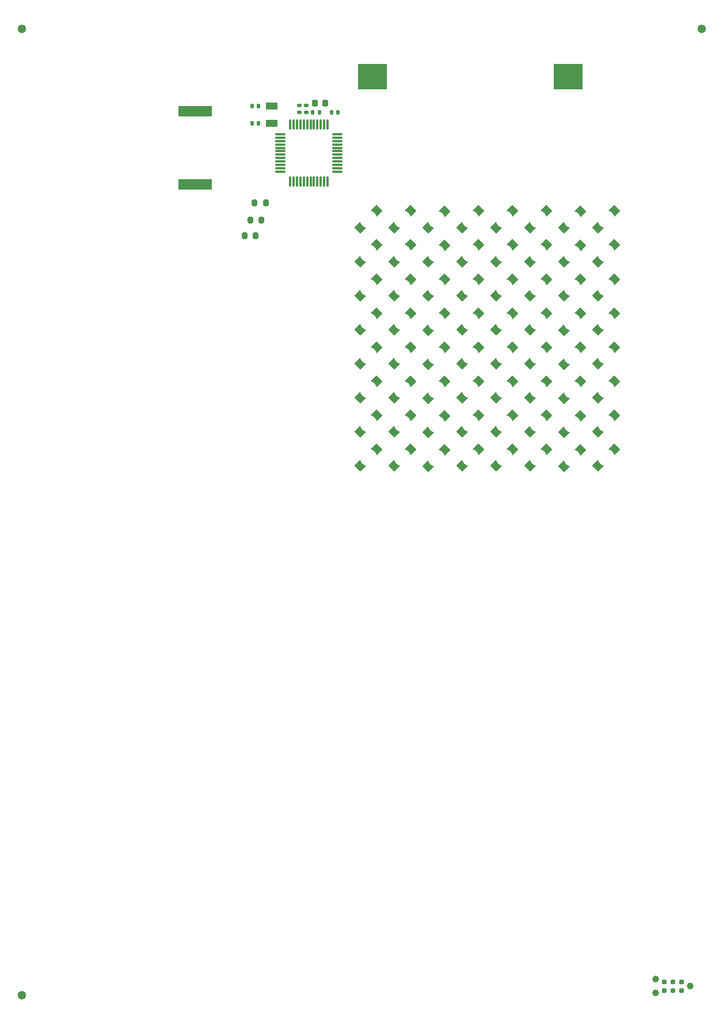
<source format=gbr>
%TF.GenerationSoftware,KiCad,Pcbnew,8.0.6*%
%TF.CreationDate,2024-11-20T00:12:52+00:00*%
%TF.ProjectId,Chirstmas-Card,43686972-7374-46d6-9173-2d436172642e,rev?*%
%TF.SameCoordinates,Original*%
%TF.FileFunction,Soldermask,Bot*%
%TF.FilePolarity,Negative*%
%FSLAX46Y46*%
G04 Gerber Fmt 4.6, Leading zero omitted, Abs format (unit mm)*
G04 Created by KiCad (PCBNEW 8.0.6) date 2024-11-20 00:12:52*
%MOMM*%
%LPD*%
G01*
G04 APERTURE LIST*
G04 Aperture macros list*
%AMRoundRect*
0 Rectangle with rounded corners*
0 $1 Rounding radius*
0 $2 $3 $4 $5 $6 $7 $8 $9 X,Y pos of 4 corners*
0 Add a 4 corners polygon primitive as box body*
4,1,4,$2,$3,$4,$5,$6,$7,$8,$9,$2,$3,0*
0 Add four circle primitives for the rounded corners*
1,1,$1+$1,$2,$3*
1,1,$1+$1,$4,$5*
1,1,$1+$1,$6,$7*
1,1,$1+$1,$8,$9*
0 Add four rect primitives between the rounded corners*
20,1,$1+$1,$2,$3,$4,$5,0*
20,1,$1+$1,$4,$5,$6,$7,0*
20,1,$1+$1,$6,$7,$8,$9,0*
20,1,$1+$1,$8,$9,$2,$3,0*%
%AMFreePoly0*
4,1,12,0.707250,0.605397,0.612657,0.415428,0.554581,0.211312,0.535000,0.000000,0.554581,-0.211312,0.612657,-0.415428,0.707250,-0.605397,0.722054,-0.625000,-0.535000,-0.625000,-0.535000,0.625000,0.722054,0.625000,0.707250,0.605397,0.707250,0.605397,$1*%
G04 Aperture macros list end*
%ADD10C,1.300000*%
%ADD11FreePoly0,225.000000*%
%ADD12FreePoly0,45.000000*%
%ADD13RoundRect,0.075000X-0.075000X0.662500X-0.075000X-0.662500X0.075000X-0.662500X0.075000X0.662500X0*%
%ADD14RoundRect,0.075000X-0.662500X0.075000X-0.662500X-0.075000X0.662500X-0.075000X0.662500X0.075000X0*%
%ADD15RoundRect,0.140000X-0.140000X-0.170000X0.140000X-0.170000X0.140000X0.170000X-0.140000X0.170000X0*%
%ADD16RoundRect,0.200000X-0.200000X-0.275000X0.200000X-0.275000X0.200000X0.275000X-0.200000X0.275000X0*%
%ADD17RoundRect,0.225000X-0.225000X-0.250000X0.225000X-0.250000X0.225000X0.250000X-0.225000X0.250000X0*%
%ADD18C,0.990600*%
%ADD19C,0.787400*%
%ADD20RoundRect,0.140000X0.170000X-0.140000X0.170000X0.140000X-0.170000X0.140000X-0.170000X-0.140000X0*%
%ADD21R,1.800000X1.000000*%
%ADD22R,5.000000X1.500000*%
%ADD23RoundRect,0.140000X0.140000X0.170000X-0.140000X0.170000X-0.140000X-0.170000X0.140000X-0.170000X0*%
%ADD24R,4.200000X3.800000*%
G04 APERTURE END LIST*
D10*
%TO.C,*%
X43000000Y-175000000D03*
%TD*%
%TO.C,REF\u002A\u002A*%
X143000000Y-33000000D03*
%TD*%
%TO.C,*%
X43000000Y-33000000D03*
%TD*%
D11*
%TO.C,D43*%
X110278803Y-84721197D03*
D12*
X107721197Y-87278803D03*
%TD*%
D11*
%TO.C,D48*%
X125278803Y-84783696D03*
D12*
X122721197Y-87341302D03*
%TD*%
D11*
%TO.C,D59*%
X110278803Y-94721197D03*
D12*
X107721197Y-97278803D03*
%TD*%
D11*
%TO.C,D44*%
X105278803Y-84783696D03*
D12*
X102721197Y-87341302D03*
%TD*%
D11*
%TO.C,D52*%
X105278803Y-89783696D03*
D12*
X102721197Y-92341302D03*
%TD*%
D11*
%TO.C,D3*%
X110278803Y-59721197D03*
D12*
X107721197Y-62278803D03*
%TD*%
D11*
%TO.C,D49*%
X120278803Y-89721197D03*
D12*
X117721197Y-92278803D03*
%TD*%
D11*
%TO.C,D23*%
X130278803Y-69721197D03*
D12*
X127721197Y-72278803D03*
%TD*%
D13*
%TO.C,U2*%
X82500000Y-47087500D03*
X83000000Y-47087500D03*
X83500000Y-47087500D03*
X84000000Y-47087500D03*
X84500000Y-47087500D03*
X85000000Y-47087500D03*
X85500000Y-47087500D03*
X86000000Y-47087500D03*
X86500000Y-47087500D03*
X87000000Y-47087500D03*
X87500000Y-47087500D03*
X88000000Y-47087500D03*
D14*
X89412500Y-48500000D03*
X89412500Y-49000000D03*
X89412500Y-49500000D03*
X89412500Y-50000000D03*
X89412500Y-50500000D03*
X89412500Y-51000000D03*
X89412500Y-51500000D03*
X89412500Y-52000000D03*
X89412500Y-52500000D03*
X89412500Y-53000000D03*
X89412500Y-53500000D03*
X89412500Y-54000000D03*
D13*
X88000000Y-55412500D03*
X87500000Y-55412500D03*
X87000000Y-55412500D03*
X86500000Y-55412500D03*
X86000000Y-55412500D03*
X85500000Y-55412500D03*
X85000000Y-55412500D03*
X84500000Y-55412500D03*
X84000000Y-55412500D03*
X83500000Y-55412500D03*
X83000000Y-55412500D03*
X82500000Y-55412500D03*
D14*
X81087500Y-54000000D03*
X81087500Y-53500000D03*
X81087500Y-53000000D03*
X81087500Y-52500000D03*
X81087500Y-52000000D03*
X81087500Y-51500000D03*
X81087500Y-51000000D03*
X81087500Y-50500000D03*
X81087500Y-50000000D03*
X81087500Y-49500000D03*
X81087500Y-49000000D03*
X81087500Y-48500000D03*
%TD*%
D11*
%TO.C,D5*%
X100278803Y-59721197D03*
D12*
X97721197Y-62278803D03*
%TD*%
D11*
%TO.C,D50*%
X115278803Y-89721197D03*
D12*
X112721197Y-92278803D03*
%TD*%
D11*
%TO.C,D61*%
X100278803Y-94721197D03*
D12*
X97721197Y-97278803D03*
%TD*%
D11*
%TO.C,D46*%
X95278803Y-84721197D03*
D12*
X92721197Y-87278803D03*
%TD*%
D11*
%TO.C,D56*%
X125278803Y-89783696D03*
D12*
X122721197Y-92341302D03*
%TD*%
D11*
%TO.C,D29*%
X100278803Y-74721197D03*
D12*
X97721197Y-77278803D03*
%TD*%
D15*
%TO.C,C10*%
X85820000Y-45275000D03*
X86780000Y-45275000D03*
%TD*%
D11*
%TO.C,D38*%
X95278803Y-79721197D03*
D12*
X92721197Y-82278803D03*
%TD*%
D16*
%TO.C,R12*%
X76625000Y-61100000D03*
X78275000Y-61100000D03*
%TD*%
D11*
%TO.C,D2*%
X115278803Y-59721197D03*
D12*
X112721197Y-62278803D03*
%TD*%
D11*
%TO.C,D55*%
X130278803Y-89721197D03*
D12*
X127721197Y-92278803D03*
%TD*%
D11*
%TO.C,D40*%
X125278803Y-79783696D03*
D12*
X122721197Y-82341302D03*
%TD*%
D11*
%TO.C,D41*%
X120278803Y-84721197D03*
D12*
X117721197Y-87278803D03*
%TD*%
D11*
%TO.C,D1*%
X120278803Y-59721197D03*
D12*
X117721197Y-62278803D03*
%TD*%
D11*
%TO.C,D11*%
X110278803Y-64721197D03*
D12*
X107721197Y-67278803D03*
%TD*%
D11*
%TO.C,D10*%
X115278803Y-64721197D03*
D12*
X112721197Y-67278803D03*
%TD*%
D11*
%TO.C,D42*%
X115278803Y-84721197D03*
D12*
X112721197Y-87278803D03*
%TD*%
D11*
%TO.C,D31*%
X130278803Y-74721197D03*
D12*
X127721197Y-77278803D03*
%TD*%
D17*
%TO.C,C11*%
X86100000Y-43950000D03*
X87650000Y-43950000D03*
%TD*%
D11*
%TO.C,D20*%
X105278803Y-69783696D03*
D12*
X102721197Y-72341302D03*
%TD*%
D11*
%TO.C,D47*%
X130278803Y-84721197D03*
D12*
X127721197Y-87278803D03*
%TD*%
D11*
%TO.C,D39*%
X130278803Y-79721197D03*
D12*
X127721197Y-82278803D03*
%TD*%
D11*
%TO.C,D35*%
X110278803Y-79721197D03*
D12*
X107721197Y-82278803D03*
%TD*%
D18*
%TO.C,J1*%
X141365000Y-173685000D03*
X136285000Y-174701000D03*
X136285000Y-172669000D03*
D19*
X140095000Y-174320000D03*
X140095000Y-173050000D03*
X138825000Y-174320000D03*
X138825000Y-173050000D03*
X137555000Y-174320000D03*
X137555000Y-173050000D03*
%TD*%
D11*
%TO.C,D15*%
X130278803Y-64721197D03*
D12*
X127721197Y-67278803D03*
%TD*%
D11*
%TO.C,D25*%
X120278803Y-74721197D03*
D12*
X117721197Y-77278803D03*
%TD*%
D11*
%TO.C,D64*%
X125278803Y-94783696D03*
D12*
X122721197Y-97341302D03*
%TD*%
D11*
%TO.C,D60*%
X105278803Y-94783696D03*
D12*
X102721197Y-97341302D03*
%TD*%
D11*
%TO.C,D4*%
X105278803Y-59783696D03*
D12*
X102721197Y-62341302D03*
%TD*%
D11*
%TO.C,D36*%
X105278803Y-79783696D03*
D12*
X102721197Y-82341302D03*
%TD*%
D11*
%TO.C,D62*%
X95278803Y-94721197D03*
D12*
X92721197Y-97278803D03*
%TD*%
D11*
%TO.C,D14*%
X95278803Y-64721197D03*
D12*
X92721197Y-67278803D03*
%TD*%
D11*
%TO.C,D17*%
X120278803Y-69721197D03*
D12*
X117721197Y-72278803D03*
%TD*%
D11*
%TO.C,D57*%
X120278803Y-94721197D03*
D12*
X117721197Y-97278803D03*
%TD*%
D11*
%TO.C,D32*%
X125278803Y-74783696D03*
D12*
X122721197Y-77341302D03*
%TD*%
D15*
%TO.C,C7*%
X88545000Y-45250000D03*
X89505000Y-45250000D03*
%TD*%
D11*
%TO.C,D28*%
X105278803Y-74783696D03*
D12*
X102721197Y-77341302D03*
%TD*%
D20*
%TO.C,C9*%
X83850000Y-45255000D03*
X83850000Y-44295000D03*
%TD*%
D11*
%TO.C,D7*%
X130278803Y-59721197D03*
D12*
X127721197Y-62278803D03*
%TD*%
D21*
%TO.C,Y1*%
X79750000Y-46900000D03*
X79750000Y-44400000D03*
%TD*%
D11*
%TO.C,D37*%
X100278803Y-79721197D03*
D12*
X97721197Y-82278803D03*
%TD*%
D11*
%TO.C,D54*%
X95278803Y-89721197D03*
D12*
X92721197Y-92278803D03*
%TD*%
D11*
%TO.C,D58*%
X115278803Y-94721197D03*
D12*
X112721197Y-97278803D03*
%TD*%
D22*
%TO.C,LS1*%
X68500000Y-55900000D03*
X68500000Y-45100000D03*
%TD*%
D16*
%TO.C,R9*%
X75800000Y-63450000D03*
X77450000Y-63450000D03*
%TD*%
D11*
%TO.C,D63*%
X130278803Y-94721197D03*
D12*
X127721197Y-97278803D03*
%TD*%
D11*
%TO.C,D6*%
X95278803Y-59721197D03*
D12*
X92721197Y-62278803D03*
%TD*%
D11*
%TO.C,D27*%
X110278803Y-74721197D03*
D12*
X107721197Y-77278803D03*
%TD*%
D11*
%TO.C,D18*%
X115278803Y-69721197D03*
D12*
X112721197Y-72278803D03*
%TD*%
D11*
%TO.C,D24*%
X125278803Y-69783696D03*
D12*
X122721197Y-72341302D03*
%TD*%
D11*
%TO.C,D12*%
X105278803Y-64783696D03*
D12*
X102721197Y-67341302D03*
%TD*%
D11*
%TO.C,D34*%
X115278803Y-79721197D03*
D12*
X112721197Y-82278803D03*
%TD*%
D11*
%TO.C,D8*%
X125278803Y-59783696D03*
D12*
X122721197Y-62341302D03*
%TD*%
D11*
%TO.C,D9*%
X120278803Y-64721197D03*
D12*
X117721197Y-67278803D03*
%TD*%
D20*
%TO.C,C8*%
X84850000Y-45255000D03*
X84850000Y-44295000D03*
%TD*%
D16*
%TO.C,R13*%
X77275000Y-58600000D03*
X78925000Y-58600000D03*
%TD*%
D11*
%TO.C,D33*%
X120278803Y-79721197D03*
D12*
X117721197Y-82278803D03*
%TD*%
D23*
%TO.C,C5*%
X77830000Y-44400000D03*
X76870000Y-44400000D03*
%TD*%
D11*
%TO.C,D19*%
X110278803Y-69721197D03*
D12*
X107721197Y-72278803D03*
%TD*%
D24*
%TO.C,BT1*%
X94615000Y-40000000D03*
X123385000Y-40000000D03*
%TD*%
D11*
%TO.C,D30*%
X95278803Y-74721197D03*
D12*
X92721197Y-77278803D03*
%TD*%
D11*
%TO.C,D45*%
X100278803Y-84721197D03*
D12*
X97721197Y-87278803D03*
%TD*%
D11*
%TO.C,D53*%
X100278803Y-89721197D03*
D12*
X97721197Y-92278803D03*
%TD*%
D11*
%TO.C,D26*%
X115278803Y-74721197D03*
D12*
X112721197Y-77278803D03*
%TD*%
D11*
%TO.C,D16*%
X125278803Y-64783696D03*
D12*
X122721197Y-67341302D03*
%TD*%
D23*
%TO.C,C6*%
X77830000Y-46900000D03*
X76870000Y-46900000D03*
%TD*%
D11*
%TO.C,D51*%
X110278803Y-89721197D03*
D12*
X107721197Y-92278803D03*
%TD*%
D11*
%TO.C,D22*%
X95278803Y-69721197D03*
D12*
X92721197Y-72278803D03*
%TD*%
D11*
%TO.C,D21*%
X100278803Y-69721197D03*
D12*
X97721197Y-72278803D03*
%TD*%
D11*
%TO.C,D13*%
X100278803Y-64721197D03*
D12*
X97721197Y-67278803D03*
%TD*%
M02*

</source>
